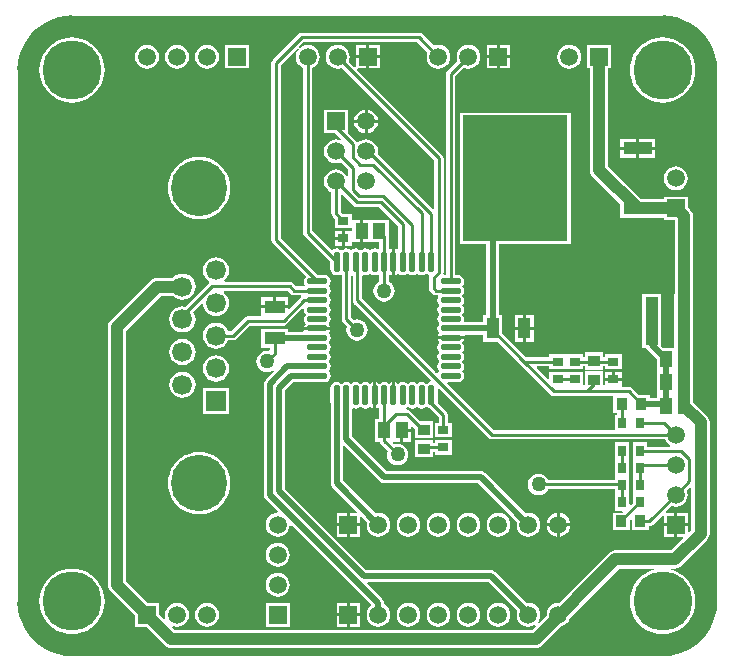
<source format=gtl>
G04 Layer_Physical_Order=1*
G04 Layer_Color=255*
%FSLAX24Y24*%
%MOIN*%
G70*
G01*
G75*
%ADD10O,0.0689X0.0217*%
%ADD11O,0.0217X0.0689*%
%ADD12R,0.0276X0.0354*%
%ADD13R,0.0354X0.0276*%
%ADD14R,0.0394X0.0374*%
%ADD15R,0.0374X0.0394*%
%ADD16R,0.0433X0.0551*%
%ADD17R,0.0945X0.0413*%
%ADD18R,0.3504X0.4193*%
%ADD19R,0.0669X0.0433*%
%ADD20R,0.0433X0.0669*%
%ADD21C,0.0200*%
%ADD22C,0.0100*%
%ADD23C,0.0400*%
%ADD24R,0.0591X0.0591*%
%ADD25C,0.0591*%
%ADD26R,0.0591X0.0591*%
%ADD27C,0.0665*%
%ADD28R,0.0665X0.0665*%
%ADD29C,0.1874*%
%ADD30C,0.0500*%
%ADD31C,0.1969*%
G36*
X19922Y19518D02*
X20155Y19472D01*
X20381Y19396D01*
X20594Y19290D01*
X20791Y19158D01*
X20970Y19002D01*
X21127Y18823D01*
X21259Y18625D01*
X21364Y18412D01*
X21441Y18187D01*
X21487Y17954D01*
X21502Y17723D01*
X21501Y17717D01*
Y0D01*
X21502Y-7D01*
X21487Y-237D01*
X21441Y-470D01*
X21364Y-695D01*
X21259Y-909D01*
X21127Y-1106D01*
X20970Y-1285D01*
X20791Y-1442D01*
X20594Y-1574D01*
X20381Y-1679D01*
X20155Y-1755D01*
X19922Y-1802D01*
X19692Y-1817D01*
X19685Y-1816D01*
X0D01*
X-7Y-1817D01*
X-237Y-1802D01*
X-470Y-1755D01*
X-695Y-1679D01*
X-909Y-1574D01*
X-1106Y-1442D01*
X-1285Y-1285D01*
X-1442Y-1106D01*
X-1574Y-909D01*
X-1679Y-695D01*
X-1755Y-470D01*
X-1802Y-237D01*
X-1817Y-7D01*
X-1816Y0D01*
Y17717D01*
X-1817Y17723D01*
X-1802Y17954D01*
X-1755Y18187D01*
X-1679Y18412D01*
X-1574Y18625D01*
X-1442Y18823D01*
X-1285Y19002D01*
X-1106Y19158D01*
X-909Y19290D01*
X-695Y19396D01*
X-470Y19472D01*
X-237Y19518D01*
X-7Y19533D01*
X0Y19532D01*
X19685D01*
X19692Y19533D01*
X19922Y19518D01*
D02*
G37*
%LPC*%
G36*
X9165Y2950D02*
X8820D01*
Y2605D01*
X9165D01*
Y2950D01*
D02*
G37*
G36*
X16607Y2505D02*
X16265D01*
Y2163D01*
X16319Y2170D01*
X16415Y2210D01*
X16497Y2273D01*
X16561Y2356D01*
X16600Y2452D01*
X16607Y2505D01*
D02*
G37*
G36*
X16265Y2947D02*
Y2605D01*
X16607D01*
X16600Y2658D01*
X16561Y2754D01*
X16497Y2837D01*
X16415Y2900D01*
X16319Y2940D01*
X16265Y2947D01*
D02*
G37*
G36*
X16165D02*
X16112Y2940D01*
X16016Y2900D01*
X15933Y2837D01*
X15870Y2754D01*
X15830Y2658D01*
X15823Y2605D01*
X16165D01*
Y2947D01*
D02*
G37*
G36*
X9611Y2505D02*
X9265D01*
Y2160D01*
X9611D01*
Y2505D01*
D02*
G37*
G36*
X9165D02*
X8820D01*
Y2160D01*
X9165D01*
Y2505D01*
D02*
G37*
G36*
X16165D02*
X15823D01*
X15830Y2452D01*
X15870Y2356D01*
X15933Y2273D01*
X16016Y2210D01*
X16112Y2170D01*
X16165Y2163D01*
Y2505D01*
D02*
G37*
G36*
X20080Y2505D02*
X19735D01*
Y2160D01*
X20080D01*
Y2505D01*
D02*
G37*
G36*
X20525Y2950D02*
X20180D01*
Y2605D01*
X20525D01*
Y2950D01*
D02*
G37*
G36*
X9770Y7324D02*
X9689Y7308D01*
X9620Y7262D01*
X9605D01*
X9536Y7308D01*
X9455Y7324D01*
X9374Y7308D01*
X9305Y7262D01*
X9290D01*
X9221Y7308D01*
X9140Y7324D01*
X9059Y7308D01*
X8990Y7262D01*
X8975D01*
X8906Y7308D01*
X8825Y7324D01*
X8744Y7308D01*
X8675Y7262D01*
X8629Y7193D01*
X8613Y7112D01*
Y6639D01*
X8621Y6597D01*
Y3945D01*
X8637Y3867D01*
X8681Y3801D01*
X9486Y2997D01*
X9466Y2950D01*
X9265D01*
Y2605D01*
X9611D01*
Y2806D01*
X9657Y2825D01*
X9830Y2653D01*
X9817Y2555D01*
X9830Y2452D01*
X9870Y2356D01*
X9933Y2273D01*
X10016Y2210D01*
X10112Y2170D01*
X10215Y2156D01*
X10319Y2170D01*
X10415Y2210D01*
X10497Y2273D01*
X10561Y2356D01*
X10600Y2452D01*
X10614Y2555D01*
X10600Y2658D01*
X10561Y2754D01*
X10497Y2837D01*
X10415Y2900D01*
X10319Y2940D01*
X10215Y2954D01*
X10118Y2941D01*
X9029Y4030D01*
Y5167D01*
X9075Y5186D01*
X10256Y4006D01*
X10322Y3962D01*
X10400Y3946D01*
X10400Y3946D01*
X13536D01*
X14830Y2653D01*
X14817Y2555D01*
X14830Y2452D01*
X14870Y2356D01*
X14933Y2273D01*
X15016Y2210D01*
X15112Y2170D01*
X15215Y2156D01*
X15319Y2170D01*
X15415Y2210D01*
X15497Y2273D01*
X15561Y2356D01*
X15600Y2452D01*
X15614Y2555D01*
X15600Y2658D01*
X15561Y2754D01*
X15497Y2837D01*
X15415Y2900D01*
X15319Y2940D01*
X15215Y2954D01*
X15118Y2941D01*
X13765Y4294D01*
X13699Y4338D01*
X13620Y4354D01*
X10484D01*
X9344Y5494D01*
Y6408D01*
X9394Y6439D01*
X9455Y6427D01*
X9536Y6443D01*
X9605Y6489D01*
X9620D01*
X9689Y6443D01*
X9770Y6427D01*
X9851Y6443D01*
X9920Y6489D01*
X9935D01*
X10004Y6443D01*
X10035Y6437D01*
Y6876D01*
Y7314D01*
X10004Y7308D01*
X9935Y7262D01*
X9920D01*
X9851Y7308D01*
X9770Y7324D01*
D02*
G37*
G36*
X3681Y7659D02*
X3568Y7644D01*
X3463Y7600D01*
X3372Y7531D01*
X3303Y7441D01*
X3259Y7335D01*
X3244Y7222D01*
X3259Y7109D01*
X3303Y7004D01*
X3372Y6914D01*
X3463Y6844D01*
X3568Y6801D01*
X3681Y6786D01*
X3794Y6801D01*
X3899Y6844D01*
X3989Y6914D01*
X4059Y7004D01*
X4102Y7109D01*
X4117Y7222D01*
X4102Y7335D01*
X4059Y7441D01*
X3989Y7531D01*
X3899Y7600D01*
X3794Y7644D01*
X3681Y7659D01*
D02*
G37*
G36*
X17991Y7643D02*
X17764D01*
Y7455D01*
X17991D01*
Y7643D01*
D02*
G37*
G36*
X4799Y8204D02*
X4686Y8189D01*
X4581Y8146D01*
X4490Y8076D01*
X4421Y7986D01*
X4377Y7881D01*
X4363Y7768D01*
X4377Y7655D01*
X4421Y7550D01*
X4490Y7459D01*
X4581Y7390D01*
X4686Y7346D01*
X4799Y7331D01*
X4912Y7346D01*
X5017Y7390D01*
X5108Y7459D01*
X5177Y7550D01*
X5220Y7655D01*
X5235Y7768D01*
X5220Y7881D01*
X5177Y7986D01*
X5108Y8076D01*
X5017Y8146D01*
X4912Y8189D01*
X4799Y8204D01*
D02*
G37*
G36*
X12028Y5380D02*
X11435D01*
Y4806D01*
X12028D01*
Y4980D01*
X12096D01*
Y4895D01*
X12650D01*
Y5370D01*
X12096D01*
Y5286D01*
X12028D01*
Y5380D01*
D02*
G37*
G36*
X4240Y4979D02*
X4077Y4966D01*
X3918Y4928D01*
X3768Y4866D01*
X3628Y4781D01*
X3504Y4675D01*
X3398Y4550D01*
X3313Y4411D01*
X3251Y4260D01*
X3212Y4102D01*
X3200Y3939D01*
X3212Y3776D01*
X3251Y3618D01*
X3313Y3467D01*
X3398Y3328D01*
X3504Y3203D01*
X3628Y3097D01*
X3768Y3012D01*
X3918Y2950D01*
X4077Y2912D01*
X4240Y2899D01*
X4403Y2912D01*
X4561Y2950D01*
X4712Y3012D01*
X4851Y3097D01*
X4975Y3203D01*
X5081Y3328D01*
X5167Y3467D01*
X5229Y3618D01*
X5267Y3776D01*
X5280Y3939D01*
X5267Y4102D01*
X5229Y4260D01*
X5167Y4411D01*
X5081Y4550D01*
X4975Y4675D01*
X4851Y4781D01*
X4712Y4866D01*
X4561Y4928D01*
X4403Y4966D01*
X4240Y4979D01*
D02*
G37*
G36*
X5232Y7110D02*
X4366D01*
Y6244D01*
X5232D01*
Y7110D01*
D02*
G37*
G36*
X11312Y5650D02*
X11045D01*
Y5324D01*
X11312D01*
Y5650D01*
D02*
G37*
G36*
X14215Y-46D02*
X14112Y-60D01*
X14016Y-100D01*
X13933Y-163D01*
X13870Y-246D01*
X13830Y-342D01*
X13817Y-445D01*
X13830Y-548D01*
X13870Y-644D01*
X13933Y-727D01*
X14016Y-790D01*
X14112Y-830D01*
X14215Y-844D01*
X14319Y-830D01*
X14415Y-790D01*
X14497Y-727D01*
X14561Y-644D01*
X14600Y-548D01*
X14614Y-445D01*
X14600Y-342D01*
X14561Y-246D01*
X14497Y-163D01*
X14415Y-100D01*
X14319Y-60D01*
X14215Y-46D01*
D02*
G37*
G36*
X13215D02*
X13112Y-60D01*
X13016Y-100D01*
X12933Y-163D01*
X12870Y-246D01*
X12830Y-342D01*
X12817Y-445D01*
X12830Y-548D01*
X12870Y-644D01*
X12933Y-727D01*
X13016Y-790D01*
X13112Y-830D01*
X13215Y-844D01*
X13319Y-830D01*
X13415Y-790D01*
X13497Y-727D01*
X13561Y-644D01*
X13600Y-548D01*
X13614Y-445D01*
X13600Y-342D01*
X13561Y-246D01*
X13497Y-163D01*
X13415Y-100D01*
X13319Y-60D01*
X13215Y-46D01*
D02*
G37*
G36*
X9165Y-495D02*
X8820D01*
Y-840D01*
X9165D01*
Y-495D01*
D02*
G37*
G36*
X7253Y-50D02*
X6462D01*
Y-840D01*
X7253D01*
Y-50D01*
D02*
G37*
G36*
X4500Y-46D02*
X4397Y-60D01*
X4301Y-100D01*
X4218Y-163D01*
X4155Y-246D01*
X4115Y-342D01*
X4101Y-445D01*
X4115Y-548D01*
X4155Y-644D01*
X4218Y-727D01*
X4301Y-790D01*
X4397Y-830D01*
X4500Y-844D01*
X4603Y-830D01*
X4699Y-790D01*
X4782Y-727D01*
X4845Y-644D01*
X4885Y-548D01*
X4899Y-445D01*
X4885Y-342D01*
X4845Y-246D01*
X4782Y-163D01*
X4699Y-100D01*
X4603Y-60D01*
X4500Y-46D01*
D02*
G37*
G36*
X0Y1088D02*
X-170Y1074D01*
X-336Y1034D01*
X-494Y969D01*
X-639Y880D01*
X-769Y769D01*
X-880Y639D01*
X-969Y494D01*
X-1034Y336D01*
X-1074Y170D01*
X-1088Y0D01*
X-1074Y-170D01*
X-1034Y-336D01*
X-969Y-494D01*
X-880Y-639D01*
X-769Y-769D01*
X-639Y-880D01*
X-494Y-969D01*
X-336Y-1034D01*
X-170Y-1074D01*
X0Y-1088D01*
X170Y-1074D01*
X336Y-1034D01*
X494Y-969D01*
X639Y-880D01*
X769Y-769D01*
X880Y-639D01*
X969Y-494D01*
X1034Y-336D01*
X1074Y-170D01*
X1088Y0D01*
X1074Y170D01*
X1034Y336D01*
X969Y494D01*
X880Y639D01*
X769Y769D01*
X639Y880D01*
X494Y969D01*
X336Y1034D01*
X170Y1074D01*
X0Y1088D01*
D02*
G37*
G36*
X12215Y-46D02*
X12112Y-60D01*
X12016Y-100D01*
X11933Y-163D01*
X11870Y-246D01*
X11830Y-342D01*
X11817Y-445D01*
X11830Y-548D01*
X11870Y-644D01*
X11933Y-727D01*
X12016Y-790D01*
X12112Y-830D01*
X12215Y-844D01*
X12319Y-830D01*
X12415Y-790D01*
X12497Y-727D01*
X12561Y-644D01*
X12600Y-548D01*
X12614Y-445D01*
X12600Y-342D01*
X12561Y-246D01*
X12497Y-163D01*
X12415Y-100D01*
X12319Y-60D01*
X12215Y-46D01*
D02*
G37*
G36*
X11215D02*
X11112Y-60D01*
X11016Y-100D01*
X10933Y-163D01*
X10870Y-246D01*
X10830Y-342D01*
X10817Y-445D01*
X10830Y-548D01*
X10870Y-644D01*
X10933Y-727D01*
X11016Y-790D01*
X11112Y-830D01*
X11215Y-844D01*
X11319Y-830D01*
X11415Y-790D01*
X11497Y-727D01*
X11561Y-644D01*
X11600Y-548D01*
X11614Y-445D01*
X11600Y-342D01*
X11561Y-246D01*
X11497Y-163D01*
X11415Y-100D01*
X11319Y-60D01*
X11215Y-46D01*
D02*
G37*
G36*
X9611Y-495D02*
X9265D01*
Y-840D01*
X9611D01*
Y-495D01*
D02*
G37*
G36*
X12215Y2954D02*
X12112Y2940D01*
X12016Y2900D01*
X11933Y2837D01*
X11870Y2754D01*
X11830Y2658D01*
X11817Y2555D01*
X11830Y2452D01*
X11870Y2356D01*
X11933Y2273D01*
X12016Y2210D01*
X12112Y2170D01*
X12215Y2156D01*
X12319Y2170D01*
X12415Y2210D01*
X12497Y2273D01*
X12561Y2356D01*
X12600Y2452D01*
X12614Y2555D01*
X12600Y2658D01*
X12561Y2754D01*
X12497Y2837D01*
X12415Y2900D01*
X12319Y2940D01*
X12215Y2954D01*
D02*
G37*
G36*
X11215D02*
X11112Y2940D01*
X11016Y2900D01*
X10933Y2837D01*
X10870Y2754D01*
X10830Y2658D01*
X10817Y2555D01*
X10830Y2452D01*
X10870Y2356D01*
X10933Y2273D01*
X11016Y2210D01*
X11112Y2170D01*
X11215Y2156D01*
X11319Y2170D01*
X11415Y2210D01*
X11497Y2273D01*
X11561Y2356D01*
X11600Y2452D01*
X11614Y2555D01*
X11600Y2658D01*
X11561Y2754D01*
X11497Y2837D01*
X11415Y2900D01*
X11319Y2940D01*
X11215Y2954D01*
D02*
G37*
G36*
X14215D02*
X14112Y2940D01*
X14016Y2900D01*
X13933Y2837D01*
X13870Y2754D01*
X13830Y2658D01*
X13817Y2555D01*
X13830Y2452D01*
X13870Y2356D01*
X13933Y2273D01*
X14016Y2210D01*
X14112Y2170D01*
X14215Y2156D01*
X14319Y2170D01*
X14415Y2210D01*
X14497Y2273D01*
X14561Y2356D01*
X14600Y2452D01*
X14614Y2555D01*
X14600Y2658D01*
X14561Y2754D01*
X14497Y2837D01*
X14415Y2900D01*
X14319Y2940D01*
X14215Y2954D01*
D02*
G37*
G36*
X13215D02*
X13112Y2940D01*
X13016Y2900D01*
X12933Y2837D01*
X12870Y2754D01*
X12830Y2658D01*
X12817Y2555D01*
X12830Y2452D01*
X12870Y2356D01*
X12933Y2273D01*
X13016Y2210D01*
X13112Y2170D01*
X13215Y2156D01*
X13319Y2170D01*
X13415Y2210D01*
X13497Y2273D01*
X13561Y2356D01*
X13600Y2452D01*
X13614Y2555D01*
X13600Y2658D01*
X13561Y2754D01*
X13497Y2837D01*
X13415Y2900D01*
X13319Y2940D01*
X13215Y2954D01*
D02*
G37*
G36*
X9611Y-50D02*
X9265D01*
Y-395D01*
X9611D01*
Y-50D01*
D02*
G37*
G36*
X9165D02*
X8820D01*
Y-395D01*
X9165D01*
Y-50D01*
D02*
G37*
G36*
X6858Y1954D02*
X6754Y1940D01*
X6658Y1900D01*
X6576Y1837D01*
X6512Y1754D01*
X6473Y1658D01*
X6459Y1555D01*
X6473Y1452D01*
X6512Y1356D01*
X6576Y1273D01*
X6658Y1210D01*
X6754Y1170D01*
X6858Y1156D01*
X6961Y1170D01*
X7057Y1210D01*
X7140Y1273D01*
X7203Y1356D01*
X7243Y1452D01*
X7256Y1555D01*
X7243Y1658D01*
X7203Y1754D01*
X7140Y1837D01*
X7057Y1900D01*
X6961Y1940D01*
X6858Y1954D01*
D02*
G37*
G36*
Y954D02*
X6754Y940D01*
X6658Y900D01*
X6576Y837D01*
X6512Y754D01*
X6473Y658D01*
X6459Y555D01*
X6473Y452D01*
X6512Y356D01*
X6576Y273D01*
X6658Y210D01*
X6754Y170D01*
X6858Y156D01*
X6961Y170D01*
X7057Y210D01*
X7140Y273D01*
X7203Y356D01*
X7243Y452D01*
X7256Y555D01*
X7243Y658D01*
X7203Y754D01*
X7140Y837D01*
X7057Y900D01*
X6961Y940D01*
X6858Y954D01*
D02*
G37*
G36*
X18319Y7643D02*
X18091D01*
Y7455D01*
X18319D01*
Y7643D01*
D02*
G37*
G36*
X3500Y18560D02*
X3397Y18547D01*
X3301Y18507D01*
X3218Y18443D01*
X3155Y18361D01*
X3115Y18265D01*
X3101Y18161D01*
X3115Y18058D01*
X3155Y17962D01*
X3218Y17880D01*
X3301Y17816D01*
X3397Y17776D01*
X3500Y17763D01*
X3603Y17776D01*
X3699Y17816D01*
X3782Y17880D01*
X3845Y17962D01*
X3885Y18058D01*
X3899Y18161D01*
X3885Y18265D01*
X3845Y18361D01*
X3782Y18443D01*
X3699Y18507D01*
X3603Y18547D01*
X3500Y18560D01*
D02*
G37*
G36*
X2500D02*
X2397Y18547D01*
X2301Y18507D01*
X2218Y18443D01*
X2155Y18361D01*
X2115Y18265D01*
X2101Y18161D01*
X2115Y18058D01*
X2155Y17962D01*
X2218Y17880D01*
X2301Y17816D01*
X2397Y17776D01*
X2500Y17763D01*
X2603Y17776D01*
X2699Y17816D01*
X2782Y17880D01*
X2845Y17962D01*
X2885Y18058D01*
X2899Y18161D01*
X2885Y18265D01*
X2845Y18361D01*
X2782Y18443D01*
X2699Y18507D01*
X2603Y18547D01*
X2500Y18560D01*
D02*
G37*
G36*
X11577Y18953D02*
X7650D01*
X7591Y18941D01*
X7542Y18908D01*
X6692Y18058D01*
X6659Y18009D01*
X6647Y17950D01*
Y12050D01*
X6659Y11992D01*
X6692Y11942D01*
X7791Y10843D01*
X7789Y10825D01*
X7743Y10756D01*
X7727Y10675D01*
X7743Y10594D01*
X7764Y10563D01*
X7737Y10513D01*
X7454D01*
X7358Y10608D01*
X7309Y10641D01*
X7250Y10653D01*
X5088D01*
X5071Y10703D01*
X5108Y10731D01*
X5177Y10821D01*
X5220Y10926D01*
X5235Y11039D01*
X5220Y11152D01*
X5177Y11258D01*
X5108Y11348D01*
X5017Y11417D01*
X4912Y11461D01*
X4799Y11476D01*
X4686Y11461D01*
X4581Y11417D01*
X4490Y11348D01*
X4421Y11258D01*
X4377Y11152D01*
X4363Y11039D01*
X4377Y10926D01*
X4421Y10821D01*
X4490Y10731D01*
X4566Y10673D01*
X4570Y10626D01*
X4567Y10613D01*
X4559Y10608D01*
X3778Y9827D01*
X3681Y9840D01*
X3568Y9825D01*
X3463Y9781D01*
X3372Y9712D01*
X3303Y9622D01*
X3259Y9516D01*
X3244Y9404D01*
X3259Y9291D01*
X3303Y9185D01*
X3372Y9095D01*
X3463Y9026D01*
X3568Y8982D01*
X3681Y8967D01*
X3794Y8982D01*
X3899Y9026D01*
X3989Y9095D01*
X4059Y9185D01*
X4102Y9291D01*
X4117Y9404D01*
X4102Y9516D01*
X4059Y9622D01*
X4036Y9652D01*
X4314Y9931D01*
X4367Y9913D01*
X4377Y9836D01*
X4421Y9731D01*
X4490Y9640D01*
X4581Y9571D01*
X4686Y9527D01*
X4799Y9512D01*
X4912Y9527D01*
X5017Y9571D01*
X5108Y9640D01*
X5177Y9731D01*
X5220Y9836D01*
X5235Y9949D01*
X5220Y10062D01*
X5177Y10167D01*
X5108Y10257D01*
X5056Y10297D01*
X5073Y10347D01*
X7187D01*
X7282Y10252D01*
X7332Y10219D01*
X7390Y10207D01*
X7627D01*
X7643Y10157D01*
X7637Y10153D01*
X7231Y9747D01*
X7185Y9766D01*
Y9782D01*
X6750D01*
X6315D01*
Y9515D01*
X6270Y9503D01*
X5850D01*
X5791Y9491D01*
X5742Y9458D01*
X5295Y9011D01*
X5204D01*
X5177Y9076D01*
X5108Y9167D01*
X5017Y9236D01*
X4912Y9280D01*
X4799Y9295D01*
X4686Y9280D01*
X4581Y9236D01*
X4490Y9167D01*
X4421Y9076D01*
X4377Y8971D01*
X4363Y8858D01*
X4377Y8745D01*
X4421Y8640D01*
X4490Y8550D01*
X4581Y8480D01*
X4686Y8437D01*
X4799Y8422D01*
X4912Y8437D01*
X5017Y8480D01*
X5108Y8550D01*
X5177Y8640D01*
X5204Y8705D01*
X5358D01*
X5417Y8717D01*
X5466Y8750D01*
X5913Y9197D01*
X7050D01*
X7109Y9209D01*
X7158Y9242D01*
X7683Y9767D01*
X7730Y9743D01*
X7727Y9730D01*
X7743Y9649D01*
X7789Y9580D01*
Y9565D01*
X7743Y9496D01*
X7727Y9415D01*
X7743Y9334D01*
X7768Y9296D01*
X7786Y9257D01*
X7768Y9219D01*
X7743Y9181D01*
X7737Y9150D01*
X8176D01*
X8614D01*
X8608Y9181D01*
X8583Y9219D01*
X8565Y9257D01*
X8583Y9296D01*
X8608Y9334D01*
X8624Y9415D01*
X8608Y9496D01*
X8562Y9565D01*
Y9580D01*
X8608Y9649D01*
X8624Y9730D01*
X8608Y9811D01*
X8583Y9849D01*
X8565Y9887D01*
X8583Y9926D01*
X8608Y9964D01*
X8624Y10045D01*
X8608Y10126D01*
X8562Y10195D01*
Y10210D01*
X8608Y10279D01*
X8624Y10360D01*
X8608Y10441D01*
X8562Y10510D01*
Y10525D01*
X8608Y10594D01*
X8624Y10675D01*
X8608Y10756D01*
X8562Y10825D01*
X8493Y10871D01*
X8412Y10887D01*
X8180D01*
X6953Y12114D01*
Y17887D01*
X7523Y18457D01*
X7559Y18425D01*
D01*
X7560Y18424D01*
X7532Y18386D01*
X7512Y18361D01*
X7473Y18265D01*
X7459Y18161D01*
X7473Y18058D01*
X7512Y17962D01*
X7576Y17880D01*
X7658Y17816D01*
X7705Y17797D01*
Y12292D01*
X7716Y12233D01*
X7750Y12184D01*
X8613Y11320D01*
Y11088D01*
X8629Y11007D01*
X8675Y10938D01*
X8744Y10892D01*
X8825Y10876D01*
X8906Y10892D01*
X8937Y10913D01*
X8987Y10886D01*
Y9410D01*
X8999Y9351D01*
X9032Y9302D01*
X9169Y9165D01*
X9159Y9141D01*
X9147Y9050D01*
X9159Y8959D01*
X9194Y8873D01*
X9250Y8800D01*
X9323Y8744D01*
X9409Y8709D01*
X9500Y8697D01*
X9591Y8709D01*
X9677Y8744D01*
X9750Y8800D01*
X9806Y8873D01*
X9841Y8959D01*
X9853Y9050D01*
X9841Y9141D01*
X9806Y9227D01*
X9750Y9300D01*
X9677Y9356D01*
X9591Y9391D01*
X9500Y9403D01*
X9409Y9391D01*
X9385Y9381D01*
X9293Y9473D01*
Y10845D01*
X9343Y10874D01*
X9359Y10864D01*
Y10036D01*
X9371Y9978D01*
X9404Y9928D01*
X11960Y7372D01*
X11943Y7318D01*
X11894Y7308D01*
X11825Y7262D01*
X11810D01*
X11741Y7308D01*
X11660Y7324D01*
X11579Y7308D01*
X11510Y7262D01*
X11495D01*
X11426Y7308D01*
X11345Y7324D01*
X11264Y7308D01*
X11226Y7283D01*
X11187Y7265D01*
X11149Y7283D01*
X11111Y7308D01*
X11030Y7324D01*
X10949Y7308D01*
X10880Y7262D01*
X10865D01*
X10796Y7308D01*
X10765Y7314D01*
Y6876D01*
X10665D01*
Y7314D01*
X10634Y7308D01*
X10565Y7262D01*
X10550D01*
X10481Y7308D01*
X10400Y7324D01*
X10319Y7308D01*
X10250Y7262D01*
X10235D01*
X10166Y7308D01*
X10135Y7314D01*
Y6876D01*
Y6437D01*
X10166Y6443D01*
X10197Y6464D01*
X10247Y6437D01*
Y6076D01*
X10088D01*
Y5324D01*
X10256D01*
X10263Y5287D01*
X10297Y5237D01*
X10519Y5015D01*
X10509Y4991D01*
X10497Y4900D01*
X10509Y4809D01*
X10544Y4723D01*
X10600Y4650D01*
X10673Y4594D01*
X10759Y4559D01*
X10850Y4547D01*
X10941Y4559D01*
X11027Y4594D01*
X11100Y4650D01*
X11156Y4723D01*
X11191Y4809D01*
X11203Y4900D01*
X11191Y4991D01*
X11156Y5077D01*
X11100Y5150D01*
X11027Y5206D01*
X10941Y5241D01*
X10850Y5253D01*
X10759Y5241D01*
X10735Y5231D01*
X10688Y5278D01*
X10707Y5324D01*
X10945D01*
Y5700D01*
X10995D01*
Y5750D01*
X11312D01*
Y5806D01*
X11358Y5825D01*
X11435Y5749D01*
Y5436D01*
X12028D01*
Y6010D01*
X11606D01*
X11258Y6358D01*
X11208Y6391D01*
X11150Y6403D01*
X11141D01*
X11125Y6453D01*
X11180Y6489D01*
X11195D01*
X11264Y6443D01*
X11345Y6427D01*
X11426Y6443D01*
X11495Y6489D01*
X11510D01*
X11579Y6443D01*
X11660Y6427D01*
X11741Y6443D01*
X11810Y6489D01*
X11825D01*
X11894Y6443D01*
X11952Y6432D01*
X12220Y6164D01*
Y5961D01*
X12096D01*
Y5485D01*
X12650D01*
Y5961D01*
X12526D01*
Y6227D01*
X12514Y6286D01*
X12481Y6335D01*
X12185Y6631D01*
X12187Y6639D01*
Y7074D01*
X12237Y7095D01*
X13885Y5447D01*
X13935Y5414D01*
X13993Y5402D01*
X19765D01*
X19785Y5356D01*
X19848Y5273D01*
X19931Y5210D01*
X19946Y5203D01*
X19936Y5153D01*
X19163D01*
Y5304D01*
X18688D01*
Y4749D01*
X18688D01*
X18688Y4731D01*
X18688D01*
Y4177D01*
X18688D01*
X18688Y4159D01*
X18688D01*
Y3604D01*
X18688D01*
X18688Y3586D01*
X18688D01*
Y3287D01*
X18619Y3219D01*
X18573Y3238D01*
Y3586D01*
X18573D01*
X18573Y3604D01*
X18573D01*
Y4127D01*
X18573Y4177D01*
X18573Y4209D01*
Y4731D01*
X18573D01*
X18573Y4749D01*
X18573D01*
Y5304D01*
X18097D01*
Y4749D01*
X18097D01*
X18097Y4731D01*
X18097D01*
Y4209D01*
X18097Y4159D01*
X18097Y4127D01*
Y4053D01*
X15867D01*
X15858Y4077D01*
X15801Y4150D01*
X15728Y4206D01*
X15643Y4241D01*
X15552Y4253D01*
X15460Y4241D01*
X15375Y4206D01*
X15302Y4150D01*
X15246Y4077D01*
X15211Y3991D01*
X15199Y3900D01*
X15211Y3809D01*
X15246Y3723D01*
X15302Y3650D01*
X15375Y3594D01*
X15460Y3559D01*
X15552Y3547D01*
X15643Y3559D01*
X15728Y3594D01*
X15801Y3650D01*
X15858Y3723D01*
X15867Y3747D01*
X18097D01*
Y3604D01*
X18097D01*
X18097Y3586D01*
X18097D01*
Y3032D01*
X18330D01*
X18355Y2982D01*
X18342Y2964D01*
X18028D01*
Y2371D01*
X18602D01*
Y2729D01*
X18608Y2733D01*
X18658Y2706D01*
Y2371D01*
X19232D01*
Y2515D01*
X19242D01*
X19301Y2526D01*
X19350Y2559D01*
X19688Y2897D01*
X19735Y2878D01*
Y2605D01*
X20080D01*
Y2950D01*
X19807D01*
X19788Y2997D01*
X19980Y3189D01*
X20027Y3170D01*
X20130Y3156D01*
X20233Y3170D01*
X20329Y3210D01*
X20412Y3273D01*
X20475Y3356D01*
X20515Y3452D01*
X20529Y3555D01*
X20515Y3658D01*
X20496Y3705D01*
X20601Y3810D01*
X20647Y3791D01*
Y2375D01*
X20571Y2299D01*
X20525Y2318D01*
Y2505D01*
X20180D01*
Y2160D01*
X20367D01*
X20386Y2114D01*
X19975Y1703D01*
X18110D01*
X18032Y1692D01*
X17959Y1662D01*
X17896Y1614D01*
X16234Y-49D01*
X16215Y-46D01*
X16112Y-60D01*
X16016Y-100D01*
X15933Y-163D01*
X15870Y-246D01*
X15830Y-342D01*
X15817Y-445D01*
X15819Y-463D01*
X15576Y-706D01*
X15538Y-673D01*
X15561Y-644D01*
X15600Y-548D01*
X15614Y-445D01*
X15600Y-342D01*
X15561Y-246D01*
X15497Y-163D01*
X15415Y-100D01*
X15319Y-60D01*
X15215Y-46D01*
X15162Y-53D01*
X14115Y994D01*
X14049Y1038D01*
X13970Y1054D01*
X9809D01*
X7104Y3759D01*
Y7041D01*
X7384Y7321D01*
X7897D01*
X7939Y7313D01*
X8412D01*
X8493Y7329D01*
X8562Y7375D01*
X8608Y7444D01*
X8624Y7525D01*
X8608Y7606D01*
X8562Y7675D01*
Y7690D01*
X8608Y7759D01*
X8624Y7840D01*
X8608Y7921D01*
X8562Y7990D01*
Y8005D01*
X8608Y8074D01*
X8624Y8155D01*
X8608Y8236D01*
X8583Y8274D01*
X8565Y8313D01*
X8583Y8351D01*
X8608Y8389D01*
X8624Y8470D01*
X8608Y8551D01*
X8562Y8620D01*
Y8635D01*
X8608Y8704D01*
X8624Y8785D01*
X8608Y8866D01*
X8562Y8935D01*
Y8950D01*
X8608Y9019D01*
X8614Y9050D01*
X8176D01*
X7737D01*
X7739Y9039D01*
X7708Y8989D01*
X7185D01*
Y9085D01*
X6315D01*
Y8452D01*
X6597D01*
Y8391D01*
X6547Y8347D01*
X6500Y8353D01*
X6409Y8341D01*
X6323Y8306D01*
X6250Y8250D01*
X6194Y8177D01*
X6159Y8091D01*
X6147Y8000D01*
X6159Y7909D01*
X6194Y7823D01*
X6250Y7750D01*
X6323Y7694D01*
X6409Y7659D01*
X6500Y7647D01*
X6591Y7659D01*
X6677Y7694D01*
X6714Y7723D01*
X6747Y7685D01*
X6456Y7394D01*
X6412Y7328D01*
X6396Y7250D01*
Y3550D01*
X6412Y3472D01*
X6456Y3406D01*
X6861Y3001D01*
X6839Y2951D01*
X6754Y2940D01*
X6658Y2900D01*
X6576Y2837D01*
X6512Y2754D01*
X6473Y2658D01*
X6459Y2555D01*
X6473Y2452D01*
X6512Y2356D01*
X6576Y2273D01*
X6658Y2210D01*
X6754Y2170D01*
X6858Y2156D01*
X6961Y2170D01*
X7057Y2210D01*
X7140Y2273D01*
X7203Y2356D01*
X7243Y2452D01*
X7254Y2537D01*
X7303Y2558D01*
X9958Y-97D01*
X9955Y-146D01*
X9933Y-163D01*
X9870Y-246D01*
X9830Y-342D01*
X9817Y-445D01*
X9830Y-548D01*
X9870Y-644D01*
X9933Y-727D01*
X10016Y-790D01*
X10112Y-830D01*
X10215Y-844D01*
X10319Y-830D01*
X10415Y-790D01*
X10497Y-727D01*
X10561Y-644D01*
X10600Y-548D01*
X10614Y-445D01*
X10600Y-342D01*
X10561Y-246D01*
X10497Y-163D01*
X10415Y-100D01*
X10404Y-95D01*
Y-50D01*
X10388Y28D01*
X10344Y94D01*
X9839Y600D01*
X9858Y646D01*
X13886D01*
X14843Y-311D01*
X14830Y-342D01*
X14817Y-445D01*
X14830Y-548D01*
X14870Y-644D01*
X14933Y-727D01*
X15016Y-790D01*
X15112Y-830D01*
X15215Y-844D01*
X15319Y-830D01*
X15415Y-790D01*
X15444Y-768D01*
X15477Y-806D01*
X15335Y-947D01*
X3430D01*
X3346Y-863D01*
X3374Y-821D01*
X3397Y-830D01*
X3500Y-844D01*
X3603Y-830D01*
X3699Y-790D01*
X3782Y-727D01*
X3845Y-644D01*
X3885Y-548D01*
X3899Y-445D01*
X3885Y-342D01*
X3845Y-246D01*
X3782Y-163D01*
X3699Y-100D01*
X3603Y-60D01*
X3500Y-46D01*
X3397Y-60D01*
X3301Y-100D01*
X3218Y-163D01*
X3155Y-246D01*
X3115Y-342D01*
X3101Y-445D01*
X3115Y-548D01*
X3124Y-570D01*
X3082Y-599D01*
X2895Y-412D01*
Y-50D01*
X2533D01*
X1803Y680D01*
Y9025D01*
X2969Y10192D01*
X3368D01*
X3372Y10186D01*
X3463Y10116D01*
X3568Y10073D01*
X3681Y10058D01*
X3794Y10073D01*
X3899Y10116D01*
X3989Y10186D01*
X4059Y10276D01*
X4102Y10381D01*
X4117Y10494D01*
X4102Y10607D01*
X4059Y10712D01*
X3989Y10803D01*
X3899Y10872D01*
X3794Y10916D01*
X3681Y10931D01*
X3568Y10916D01*
X3463Y10872D01*
X3372Y10803D01*
X3368Y10797D01*
X2844D01*
X2766Y10786D01*
X2693Y10756D01*
X2630Y10708D01*
X2630Y10708D01*
X1286Y9364D01*
X1238Y9301D01*
X1208Y9228D01*
X1197Y9150D01*
Y555D01*
X1208Y477D01*
X1238Y404D01*
X1286Y341D01*
X2105Y-478D01*
Y-840D01*
X2467D01*
X3091Y-1464D01*
X3154Y-1512D01*
X3227Y-1542D01*
X3305Y-1553D01*
X3305Y-1553D01*
X15460D01*
X15539Y-1542D01*
X15612Y-1512D01*
X15674Y-1464D01*
X16307Y-832D01*
X16319Y-830D01*
X16415Y-790D01*
X16497Y-727D01*
X16561Y-644D01*
X16600Y-548D01*
X16602Y-536D01*
X18236Y1097D01*
X19397D01*
X19403Y1047D01*
X19349Y1034D01*
X19191Y969D01*
X19046Y880D01*
X18916Y769D01*
X18805Y639D01*
X18716Y494D01*
X18651Y336D01*
X18611Y170D01*
X18597Y0D01*
X18611Y-170D01*
X18651Y-336D01*
X18716Y-494D01*
X18805Y-639D01*
X18916Y-769D01*
X19046Y-880D01*
X19191Y-969D01*
X19349Y-1034D01*
X19515Y-1074D01*
X19685Y-1088D01*
X19855Y-1074D01*
X20021Y-1034D01*
X20179Y-969D01*
X20324Y-880D01*
X20454Y-769D01*
X20565Y-639D01*
X20654Y-494D01*
X20719Y-336D01*
X20759Y-170D01*
X20773Y0D01*
X20759Y170D01*
X20719Y336D01*
X20654Y494D01*
X20565Y639D01*
X20454Y769D01*
X20324Y880D01*
X20179Y969D01*
X20021Y1034D01*
X19967Y1047D01*
X19973Y1097D01*
X20100D01*
X20178Y1108D01*
X20251Y1138D01*
X20314Y1186D01*
X21164Y2036D01*
X21164Y2036D01*
X21212Y2099D01*
X21242Y2172D01*
X21253Y2250D01*
X21253Y2250D01*
Y5973D01*
X21242Y6051D01*
X21212Y6124D01*
X21164Y6187D01*
X20710Y6641D01*
Y6905D01*
X20710D01*
Y6923D01*
X20710D01*
Y7674D01*
X20710D01*
Y7692D01*
X20710D01*
Y8444D01*
X20710D01*
Y8462D01*
X20710D01*
Y9331D01*
X20710D01*
Y9365D01*
X20710D01*
Y10235D01*
X20696D01*
Y12836D01*
X20686Y12915D01*
X20656Y12988D01*
X20608Y13050D01*
X20525Y13133D01*
Y13495D01*
X19735D01*
Y13403D01*
X19422D01*
Y13407D01*
X18971D01*
X17876Y14502D01*
Y17766D01*
X17968D01*
Y18557D01*
X17178D01*
Y17766D01*
X17270D01*
Y14377D01*
X17281Y14299D01*
X17311Y14226D01*
X17359Y14163D01*
X18278Y13245D01*
Y12793D01*
X19422D01*
Y12797D01*
X19735D01*
Y12705D01*
X20091D01*
Y10235D01*
X20077D01*
Y9365D01*
X20077D01*
Y9331D01*
X20077D01*
Y8462D01*
X20035Y8444D01*
X19716D01*
X19647Y8512D01*
Y9331D01*
X19647D01*
Y9365D01*
X19647D01*
Y10235D01*
X19014D01*
Y9365D01*
X19014D01*
Y9331D01*
X19014D01*
Y8462D01*
X19143D01*
X19187Y8396D01*
X19487Y8096D01*
Y7692D01*
X19487D01*
Y7674D01*
X19487D01*
Y6923D01*
X19487D01*
Y6905D01*
X19487D01*
Y6795D01*
X19252D01*
Y6888D01*
X18884D01*
X18665Y7108D01*
X18615Y7141D01*
X18556Y7153D01*
X18363D01*
X18319Y7167D01*
X18319Y7203D01*
Y7355D01*
X18041D01*
X17764D01*
X17764Y7210D01*
X17714Y7182D01*
X17697Y7194D01*
Y7672D01*
X17103D01*
Y7194D01*
X17086Y7181D01*
X17036Y7207D01*
Y7643D01*
X16481D01*
Y7643D01*
X16463Y7643D01*
Y7643D01*
X15909D01*
Y7436D01*
X15863Y7417D01*
X15484Y7796D01*
X15503Y7842D01*
X15909D01*
Y7757D01*
X16431D01*
X16463Y7757D01*
X16513Y7757D01*
X17036D01*
Y7842D01*
X17103D01*
Y7728D01*
X17697D01*
Y7842D01*
X17764D01*
Y7757D01*
X18319D01*
Y8233D01*
X17764D01*
Y8148D01*
X17697D01*
Y8302D01*
X17103D01*
Y8148D01*
X17036D01*
Y8233D01*
X16513D01*
X16481Y8233D01*
X16431Y8233D01*
X15909D01*
Y8148D01*
X15132D01*
X14335Y8945D01*
Y9535D01*
X14222D01*
Y11904D01*
X16627D01*
Y16296D01*
X12923D01*
Y11904D01*
X13815D01*
Y9535D01*
X13702D01*
Y9304D01*
X13092D01*
X13061Y9354D01*
X13073Y9415D01*
X13057Y9496D01*
X13011Y9565D01*
Y9580D01*
X13057Y9649D01*
X13073Y9730D01*
X13057Y9811D01*
X13032Y9849D01*
X13014Y9887D01*
X13032Y9926D01*
X13057Y9964D01*
X13073Y10045D01*
X13057Y10126D01*
X13011Y10195D01*
Y10210D01*
X13057Y10279D01*
X13073Y10360D01*
X13057Y10441D01*
X13011Y10510D01*
Y10525D01*
X13057Y10594D01*
X13073Y10675D01*
X13057Y10756D01*
X13011Y10825D01*
X12942Y10871D01*
X12861Y10887D01*
X12777D01*
Y17507D01*
X13066Y17796D01*
X13112Y17776D01*
X13215Y17763D01*
X13319Y17776D01*
X13415Y17816D01*
X13497Y17880D01*
X13561Y17962D01*
X13600Y18058D01*
X13614Y18161D01*
X13600Y18265D01*
X13561Y18361D01*
X13497Y18443D01*
X13415Y18507D01*
X13319Y18547D01*
X13215Y18560D01*
X13112Y18547D01*
X13016Y18507D01*
X12933Y18443D01*
X12870Y18361D01*
X12830Y18265D01*
X12817Y18161D01*
X12830Y18058D01*
X12849Y18012D01*
X12516Y17679D01*
X12483Y17629D01*
X12471Y17570D01*
Y10887D01*
X12411D01*
X12398Y10900D01*
X12376Y10932D01*
X12376Y10932D01*
X12386Y10981D01*
Y14767D01*
X12374Y14825D01*
X12341Y14875D01*
X9500Y17716D01*
X9521Y17766D01*
X9808D01*
Y18111D01*
X9462D01*
Y17825D01*
X9412Y17804D01*
X9218Y17998D01*
X9243Y18058D01*
X9256Y18161D01*
X9243Y18265D01*
X9203Y18361D01*
X9140Y18443D01*
X9057Y18507D01*
X8961Y18547D01*
X8858Y18560D01*
X8754Y18547D01*
X8658Y18507D01*
X8576Y18443D01*
X8512Y18361D01*
X8473Y18265D01*
X8459Y18161D01*
X8473Y18058D01*
X8512Y17962D01*
X8576Y17880D01*
X8658Y17816D01*
X8754Y17776D01*
X8858Y17763D01*
X8961Y17776D01*
X8994Y17790D01*
X12080Y14704D01*
Y13084D01*
X12034Y13065D01*
X10187Y14912D01*
X10199Y15000D01*
X10185Y15103D01*
X10145Y15199D01*
X10082Y15282D01*
X9999Y15345D01*
X9903Y15385D01*
X9800Y15399D01*
X9697Y15385D01*
X9601Y15345D01*
X9547Y15304D01*
X9535Y15304D01*
X9486Y15319D01*
X9463Y15353D01*
X9195Y15621D01*
Y16395D01*
X8405D01*
Y15605D01*
X8779D01*
X8974Y15410D01*
X8945Y15368D01*
X8903Y15385D01*
X8800Y15399D01*
X8697Y15385D01*
X8601Y15345D01*
X8518Y15282D01*
X8455Y15199D01*
X8415Y15103D01*
X8401Y15000D01*
X8415Y14897D01*
X8455Y14801D01*
X8518Y14718D01*
X8601Y14655D01*
X8697Y14615D01*
X8800Y14601D01*
X8903Y14615D01*
X8950Y14634D01*
X9202Y14382D01*
Y14194D01*
X9152Y14184D01*
X9145Y14199D01*
X9082Y14282D01*
X8999Y14345D01*
X8903Y14385D01*
X8800Y14399D01*
X8697Y14385D01*
X8601Y14345D01*
X8518Y14282D01*
X8455Y14199D01*
X8415Y14103D01*
X8401Y14000D01*
X8415Y13897D01*
X8455Y13801D01*
X8518Y13718D01*
X8601Y13655D01*
X8647Y13636D01*
Y12933D01*
X8659Y12874D01*
X8692Y12824D01*
X8766Y12751D01*
Y12452D01*
X9320D01*
X9338Y12410D01*
Y12380D01*
X9320Y12337D01*
X9288Y12337D01*
X9093D01*
Y12099D01*
Y11861D01*
X9320D01*
Y11932D01*
X9338Y11974D01*
X9370Y11974D01*
X9605D01*
Y12350D01*
Y12726D01*
X9338D01*
X9320Y12768D01*
Y12928D01*
X9021D01*
X8953Y12996D01*
Y13565D01*
X8999Y13585D01*
X9392Y13192D01*
X9441Y13159D01*
X9500Y13147D01*
X10237D01*
X10873Y12511D01*
Y11766D01*
X10823Y11739D01*
X10796Y11757D01*
X10765Y11763D01*
Y11324D01*
Y10886D01*
X10796Y10892D01*
X10865Y10938D01*
X10880D01*
X10949Y10892D01*
X11030Y10876D01*
X11111Y10892D01*
X11149Y10917D01*
X11187Y10935D01*
X11226Y10917D01*
X11264Y10892D01*
X11345Y10876D01*
X11426Y10892D01*
X11495Y10938D01*
X11510D01*
X11579Y10892D01*
X11660Y10876D01*
X11741Y10892D01*
X11810Y10938D01*
X11825D01*
X11894Y10892D01*
X11905Y10839D01*
X11897Y10798D01*
Y10450D01*
X11909Y10391D01*
X11942Y10342D01*
X12032Y10252D01*
X12082Y10219D01*
X12140Y10207D01*
X12186D01*
X12213Y10157D01*
X12192Y10126D01*
X12176Y10045D01*
X12192Y9964D01*
X12217Y9926D01*
X12235Y9887D01*
X12217Y9849D01*
X12192Y9811D01*
X12176Y9730D01*
X12192Y9649D01*
X12238Y9580D01*
Y9565D01*
X12192Y9496D01*
X12176Y9415D01*
X12192Y9334D01*
X12217Y9296D01*
X12235Y9257D01*
X12217Y9219D01*
X12192Y9181D01*
X12176Y9100D01*
X12192Y9019D01*
X12238Y8950D01*
Y8935D01*
X12192Y8866D01*
X12186Y8835D01*
X12624D01*
X13063D01*
X13061Y8846D01*
X13092Y8896D01*
X13702D01*
Y8665D01*
X14182D01*
X14960Y7887D01*
X15956Y6892D01*
X16005Y6859D01*
X16064Y6847D01*
X18048D01*
Y6295D01*
X18182D01*
Y6227D01*
X18097D01*
Y5708D01*
X14056D01*
X12498Y7267D01*
X12517Y7313D01*
X12861D01*
X12942Y7329D01*
X13011Y7375D01*
X13057Y7444D01*
X13073Y7525D01*
X13057Y7606D01*
X13011Y7675D01*
Y7690D01*
X13057Y7759D01*
X13073Y7840D01*
X13057Y7921D01*
X13011Y7990D01*
Y8005D01*
X13057Y8074D01*
X13073Y8155D01*
X13057Y8236D01*
X13032Y8274D01*
X13014Y8313D01*
X13032Y8351D01*
X13057Y8389D01*
X13073Y8470D01*
X13057Y8551D01*
X13011Y8620D01*
Y8635D01*
X13057Y8704D01*
X13063Y8735D01*
X12624D01*
X12186D01*
X12192Y8704D01*
X12238Y8635D01*
Y8620D01*
X12192Y8551D01*
X12176Y8470D01*
X12192Y8389D01*
X12217Y8351D01*
X12235Y8313D01*
X12217Y8274D01*
X12192Y8236D01*
X12176Y8155D01*
X12192Y8074D01*
X12238Y8005D01*
Y7990D01*
X12192Y7921D01*
X12176Y7840D01*
X12192Y7759D01*
X12238Y7690D01*
Y7675D01*
X12207Y7628D01*
X12147Y7617D01*
X9665Y10100D01*
Y10853D01*
X9715Y10887D01*
X9770Y10876D01*
X9851Y10892D01*
X9920Y10938D01*
X9935D01*
X10004Y10892D01*
X10085Y10876D01*
X10166Y10892D01*
X10197Y10913D01*
X10247Y10886D01*
Y10665D01*
X10223Y10656D01*
X10150Y10600D01*
X10094Y10527D01*
X10059Y10441D01*
X10047Y10350D01*
X10059Y10259D01*
X10094Y10173D01*
X10150Y10100D01*
X10223Y10044D01*
X10309Y10009D01*
X10400Y9997D01*
X10491Y10009D01*
X10577Y10044D01*
X10650Y10100D01*
X10706Y10173D01*
X10741Y10259D01*
X10753Y10350D01*
X10741Y10441D01*
X10706Y10527D01*
X10650Y10600D01*
X10577Y10656D01*
X10553Y10665D01*
Y10886D01*
X10603Y10913D01*
X10634Y10892D01*
X10665Y10886D01*
Y11324D01*
Y11763D01*
X10634Y11757D01*
X10603Y11736D01*
X10553Y11763D01*
Y11974D01*
X10562D01*
Y12726D01*
X9705D01*
Y12350D01*
Y11974D01*
X10247D01*
Y11763D01*
X10197Y11736D01*
X10166Y11757D01*
X10085Y11773D01*
X10004Y11757D01*
X9935Y11711D01*
X9920D01*
X9851Y11757D01*
X9770Y11773D01*
X9689Y11757D01*
X9651Y11732D01*
X9613Y11714D01*
X9574Y11732D01*
X9536Y11757D01*
X9455Y11773D01*
X9374Y11757D01*
X9305Y11711D01*
X9290D01*
X9221Y11757D01*
X9140Y11773D01*
X9059Y11757D01*
X9021Y11732D01*
X8983Y11714D01*
X8944Y11732D01*
X8906Y11757D01*
X8825Y11773D01*
X8744Y11757D01*
X8675Y11711D01*
X8657Y11709D01*
X8011Y12355D01*
Y17797D01*
X8057Y17816D01*
X8140Y17880D01*
X8203Y17962D01*
X8243Y18058D01*
X8256Y18161D01*
X8243Y18265D01*
X8203Y18361D01*
X8140Y18443D01*
X8057Y18507D01*
X7961Y18547D01*
X7858Y18560D01*
X7754Y18547D01*
X7658Y18507D01*
X7633Y18487D01*
X7595Y18459D01*
X7594Y18460D01*
D01*
X7590Y18465D01*
X7562Y18496D01*
X7713Y18647D01*
X11513D01*
X11849Y18311D01*
X11830Y18265D01*
X11817Y18161D01*
X11830Y18058D01*
X11870Y17962D01*
X11933Y17880D01*
X12016Y17816D01*
X12112Y17776D01*
X12215Y17763D01*
X12319Y17776D01*
X12415Y17816D01*
X12497Y17880D01*
X12561Y17962D01*
X12600Y18058D01*
X12614Y18161D01*
X12600Y18265D01*
X12561Y18361D01*
X12497Y18443D01*
X12415Y18507D01*
X12319Y18547D01*
X12215Y18560D01*
X12112Y18547D01*
X12066Y18527D01*
X11685Y18908D01*
X11635Y18941D01*
X11577Y18953D01*
D02*
G37*
G36*
X4500Y18560D02*
X4397Y18547D01*
X4301Y18507D01*
X4218Y18443D01*
X4155Y18361D01*
X4115Y18265D01*
X4101Y18161D01*
X4115Y18058D01*
X4155Y17962D01*
X4218Y17880D01*
X4301Y17816D01*
X4397Y17776D01*
X4500Y17763D01*
X4603Y17776D01*
X4699Y17816D01*
X4782Y17880D01*
X4845Y17962D01*
X4885Y18058D01*
X4899Y18161D01*
X4885Y18265D01*
X4845Y18361D01*
X4782Y18443D01*
X4699Y18507D01*
X4603Y18547D01*
X4500Y18560D01*
D02*
G37*
G36*
X9850Y16392D02*
Y16050D01*
X10192D01*
X10185Y16103D01*
X10145Y16199D01*
X10082Y16282D01*
X9999Y16345D01*
X9903Y16385D01*
X9850Y16392D01*
D02*
G37*
G36*
X9750D02*
X9697Y16385D01*
X9601Y16345D01*
X9518Y16282D01*
X9455Y16199D01*
X9415Y16103D01*
X9408Y16050D01*
X9750D01*
Y16392D01*
D02*
G37*
G36*
X19685Y18804D02*
X19515Y18791D01*
X19349Y18751D01*
X19191Y18686D01*
X19046Y18596D01*
X18916Y18486D01*
X18805Y18356D01*
X18716Y18210D01*
X18651Y18053D01*
X18611Y17887D01*
X18597Y17717D01*
X18611Y17546D01*
X18651Y17380D01*
X18716Y17223D01*
X18805Y17077D01*
X18916Y16947D01*
X19046Y16837D01*
X19191Y16747D01*
X19349Y16682D01*
X19515Y16642D01*
X19685Y16629D01*
X19855Y16642D01*
X20021Y16682D01*
X20179Y16747D01*
X20324Y16837D01*
X20454Y16947D01*
X20565Y17077D01*
X20654Y17223D01*
X20719Y17380D01*
X20759Y17546D01*
X20773Y17717D01*
X20759Y17887D01*
X20719Y18053D01*
X20654Y18210D01*
X20565Y18356D01*
X20454Y18486D01*
X20324Y18596D01*
X20179Y18686D01*
X20021Y18751D01*
X19855Y18791D01*
X19685Y18804D01*
D02*
G37*
G36*
X0D02*
X-170Y18791D01*
X-336Y18751D01*
X-494Y18686D01*
X-639Y18596D01*
X-769Y18486D01*
X-880Y18356D01*
X-969Y18210D01*
X-1034Y18053D01*
X-1074Y17887D01*
X-1088Y17717D01*
X-1074Y17546D01*
X-1034Y17380D01*
X-969Y17223D01*
X-880Y17077D01*
X-769Y16947D01*
X-639Y16837D01*
X-494Y16747D01*
X-336Y16682D01*
X-170Y16642D01*
X0Y16629D01*
X170Y16642D01*
X336Y16682D01*
X494Y16747D01*
X639Y16837D01*
X769Y16947D01*
X880Y17077D01*
X969Y17223D01*
X1034Y17380D01*
X1074Y17546D01*
X1088Y17717D01*
X1074Y17887D01*
X1034Y18053D01*
X969Y18210D01*
X880Y18356D01*
X769Y18486D01*
X639Y18596D01*
X494Y18686D01*
X336Y18751D01*
X170Y18791D01*
X0Y18804D01*
D02*
G37*
G36*
X16573Y18560D02*
X16470Y18547D01*
X16374Y18507D01*
X16291Y18443D01*
X16228Y18361D01*
X16188Y18265D01*
X16174Y18161D01*
X16188Y18058D01*
X16228Y17962D01*
X16291Y17880D01*
X16374Y17816D01*
X16470Y17776D01*
X16573Y17763D01*
X16676Y17776D01*
X16772Y17816D01*
X16855Y17880D01*
X16918Y17962D01*
X16958Y18058D01*
X16972Y18161D01*
X16958Y18265D01*
X16918Y18361D01*
X16855Y18443D01*
X16772Y18507D01*
X16676Y18547D01*
X16573Y18560D01*
D02*
G37*
G36*
X9808Y18557D02*
X9462D01*
Y18211D01*
X9808D01*
Y18557D01*
D02*
G37*
G36*
X14165D02*
X13820D01*
Y18211D01*
X14165D01*
Y18557D01*
D02*
G37*
G36*
X10253D02*
X9908D01*
Y18211D01*
X10253D01*
Y18557D01*
D02*
G37*
G36*
X14611D02*
X14265D01*
Y18211D01*
X14611D01*
Y18557D01*
D02*
G37*
G36*
X10253Y18111D02*
X9908D01*
Y17766D01*
X10253D01*
Y18111D01*
D02*
G37*
G36*
X5895Y18557D02*
X5105D01*
Y17766D01*
X5895D01*
Y18557D01*
D02*
G37*
G36*
X14611Y18111D02*
X14265D01*
Y17766D01*
X14611D01*
Y18111D01*
D02*
G37*
G36*
X14165D02*
X13820D01*
Y17766D01*
X14165D01*
Y18111D01*
D02*
G37*
G36*
X6700Y10148D02*
X6315D01*
Y9882D01*
X6700D01*
Y10148D01*
D02*
G37*
G36*
X15398Y9535D02*
X15131D01*
Y9150D01*
X15398D01*
Y9535D01*
D02*
G37*
G36*
X8993Y12049D02*
X8766D01*
Y11861D01*
X8993D01*
Y12049D01*
D02*
G37*
G36*
X7185Y10148D02*
X6800D01*
Y9882D01*
X7185D01*
Y10148D01*
D02*
G37*
G36*
X15031Y9050D02*
X14765D01*
Y8665D01*
X15031D01*
Y9050D01*
D02*
G37*
G36*
X3681Y8749D02*
X3568Y8735D01*
X3463Y8691D01*
X3372Y8622D01*
X3303Y8531D01*
X3259Y8426D01*
X3244Y8313D01*
X3259Y8200D01*
X3303Y8095D01*
X3372Y8004D01*
X3463Y7935D01*
X3568Y7891D01*
X3681Y7877D01*
X3794Y7891D01*
X3899Y7935D01*
X3989Y8004D01*
X4059Y8095D01*
X4102Y8200D01*
X4117Y8313D01*
X4102Y8426D01*
X4059Y8531D01*
X3989Y8622D01*
X3899Y8691D01*
X3794Y8735D01*
X3681Y8749D01*
D02*
G37*
G36*
X15031Y9535D02*
X14765D01*
Y9150D01*
X15031D01*
Y9535D01*
D02*
G37*
G36*
X15398Y9050D02*
X15131D01*
Y8665D01*
X15398D01*
Y9050D01*
D02*
G37*
G36*
X8993Y12337D02*
X8766D01*
Y12149D01*
X8993D01*
Y12337D01*
D02*
G37*
G36*
X19422Y15407D02*
X18900D01*
Y15150D01*
X19422D01*
Y15407D01*
D02*
G37*
G36*
X18800D02*
X18278D01*
Y15150D01*
X18800D01*
Y15407D01*
D02*
G37*
G36*
X10192Y15950D02*
X9850D01*
Y15608D01*
X9903Y15615D01*
X9999Y15655D01*
X10082Y15718D01*
X10145Y15801D01*
X10185Y15897D01*
X10192Y15950D01*
D02*
G37*
G36*
X9750D02*
X9408D01*
X9415Y15897D01*
X9455Y15801D01*
X9518Y15718D01*
X9601Y15655D01*
X9697Y15615D01*
X9750Y15608D01*
Y15950D01*
D02*
G37*
G36*
X20130Y14499D02*
X20027Y14485D01*
X19931Y14445D01*
X19848Y14382D01*
X19785Y14299D01*
X19745Y14203D01*
X19731Y14100D01*
X19745Y13997D01*
X19785Y13901D01*
X19848Y13818D01*
X19931Y13755D01*
X20027Y13715D01*
X20130Y13701D01*
X20233Y13715D01*
X20329Y13755D01*
X20412Y13818D01*
X20475Y13901D01*
X20515Y13997D01*
X20529Y14100D01*
X20515Y14203D01*
X20475Y14299D01*
X20412Y14382D01*
X20329Y14445D01*
X20233Y14485D01*
X20130Y14499D01*
D02*
G37*
G36*
X4240Y14818D02*
X4077Y14805D01*
X3918Y14767D01*
X3768Y14704D01*
X3628Y14619D01*
X3504Y14513D01*
X3398Y14389D01*
X3313Y14250D01*
X3251Y14099D01*
X3212Y13940D01*
X3200Y13778D01*
X3212Y13615D01*
X3251Y13456D01*
X3313Y13305D01*
X3398Y13166D01*
X3504Y13042D01*
X3628Y12936D01*
X3768Y12851D01*
X3918Y12788D01*
X4077Y12750D01*
X4240Y12737D01*
X4403Y12750D01*
X4561Y12788D01*
X4712Y12851D01*
X4851Y12936D01*
X4975Y13042D01*
X5081Y13166D01*
X5167Y13305D01*
X5229Y13456D01*
X5267Y13615D01*
X5280Y13778D01*
X5267Y13940D01*
X5229Y14099D01*
X5167Y14250D01*
X5081Y14389D01*
X4975Y14513D01*
X4851Y14619D01*
X4712Y14704D01*
X4561Y14767D01*
X4403Y14805D01*
X4240Y14818D01*
D02*
G37*
G36*
X19422Y15050D02*
X18900D01*
Y14793D01*
X19422D01*
Y15050D01*
D02*
G37*
G36*
X18800D02*
X18278D01*
Y14793D01*
X18800D01*
Y15050D01*
D02*
G37*
%LPD*%
D10*
X12624Y10675D02*
D03*
Y10360D02*
D03*
Y10045D02*
D03*
Y9730D02*
D03*
Y9415D02*
D03*
Y9100D02*
D03*
Y8785D02*
D03*
Y8470D02*
D03*
Y8155D02*
D03*
Y7840D02*
D03*
Y7525D02*
D03*
X8176D02*
D03*
Y7840D02*
D03*
Y8155D02*
D03*
Y8470D02*
D03*
Y8785D02*
D03*
Y9100D02*
D03*
Y9415D02*
D03*
Y9730D02*
D03*
Y10045D02*
D03*
Y10360D02*
D03*
Y10675D02*
D03*
D11*
X11975Y6876D02*
D03*
X11660D02*
D03*
X11345D02*
D03*
X11030D02*
D03*
X10715D02*
D03*
X10400D02*
D03*
X10085D02*
D03*
X9770D02*
D03*
X9455D02*
D03*
X9140D02*
D03*
X8825D02*
D03*
Y11324D02*
D03*
X9140D02*
D03*
X9455D02*
D03*
X9770D02*
D03*
X10085D02*
D03*
X10400D02*
D03*
X10715D02*
D03*
X11030D02*
D03*
X11345D02*
D03*
X11660D02*
D03*
X11975D02*
D03*
D12*
X18335Y3882D02*
D03*
X18926D02*
D03*
X18926Y4454D02*
D03*
X18335D02*
D03*
X18335Y5950D02*
D03*
X18926D02*
D03*
X18926Y3309D02*
D03*
X18335D02*
D03*
X18335Y5027D02*
D03*
X18926D02*
D03*
D13*
X12373Y5133D02*
D03*
Y5723D02*
D03*
X9043Y12690D02*
D03*
Y12099D02*
D03*
X16186Y7995D02*
D03*
Y7405D02*
D03*
X18041Y7995D02*
D03*
Y7405D02*
D03*
X16759Y7405D02*
D03*
Y7995D02*
D03*
D14*
X11731Y5093D02*
D03*
Y5723D02*
D03*
X17400Y7385D02*
D03*
Y8015D02*
D03*
D15*
X18335Y6591D02*
D03*
X18965D02*
D03*
X18315Y2668D02*
D03*
X18945D02*
D03*
D16*
X10405Y5700D02*
D03*
X10995D02*
D03*
X10245Y12350D02*
D03*
X9655D02*
D03*
X20394Y7299D02*
D03*
X19803D02*
D03*
X20394Y8068D02*
D03*
X19803D02*
D03*
X20394Y6529D02*
D03*
X19803D02*
D03*
D17*
X18850Y13100D02*
D03*
Y15100D02*
D03*
D18*
X14775Y14100D02*
D03*
D19*
X6750Y8769D02*
D03*
Y9832D02*
D03*
D20*
X14018Y9100D02*
D03*
X15081D02*
D03*
X19331Y8896D02*
D03*
X20394D02*
D03*
X19331Y9800D02*
D03*
X20394D02*
D03*
D21*
X6600Y3550D02*
X10200Y-50D01*
Y-380D02*
Y-50D01*
X6600Y3550D02*
Y7250D01*
X13620Y4150D02*
X15215Y2555D01*
X10400Y4150D02*
X13620D01*
X9140Y5410D02*
X10400Y4150D01*
X9140Y5410D02*
Y6876D01*
X9724Y850D02*
X13970D01*
X6900Y3674D02*
X9724Y850D01*
X6900Y3674D02*
Y7126D01*
X8825Y3945D02*
X10215Y2555D01*
X6900Y7126D02*
X7299Y7525D01*
X8176D01*
X7183Y7833D02*
X8169D01*
X6600Y7250D02*
X7183Y7833D01*
X8825Y3945D02*
Y6876D01*
X8169Y7833D02*
X8176Y7840D01*
X10200Y-380D02*
X10265Y-445D01*
X13970Y850D02*
X15265Y-445D01*
X6767Y8785D02*
X8176D01*
X6750Y8769D02*
X6767Y8785D01*
X12624Y9100D02*
X14018D01*
Y13343D01*
X19331Y8540D02*
Y8896D01*
Y8540D02*
X19803Y8068D01*
Y6529D02*
Y7299D01*
Y8068D01*
X18965Y6591D02*
X19741D01*
X19803Y6529D01*
X14018Y13343D02*
X14775Y14100D01*
D22*
X8858Y18142D02*
X12233Y14767D01*
X8858Y18142D02*
Y18161D01*
X12233Y10981D02*
Y14767D01*
X10400Y10350D02*
X10400Y10350D01*
Y11324D01*
X10405Y5345D02*
X10850Y4900D01*
X10405Y5345D02*
Y5700D01*
X18317Y3900D02*
X18335Y3882D01*
X15552Y3900D02*
X18317D01*
X19242Y2668D02*
X20130Y3555D01*
X18945Y2668D02*
X19242D01*
X20575Y4000D02*
Y4740D01*
X20130Y3555D02*
X20575Y4000D01*
X20314Y5000D02*
X20575Y4740D01*
X18952Y5000D02*
X20314D01*
X18926Y5027D02*
X18952Y5000D01*
X18335Y3882D02*
X18335Y3882D01*
Y3309D02*
Y3882D01*
X18315Y2668D02*
Y2699D01*
X18926Y3309D01*
Y4454D02*
X19027Y4555D01*
X20130D01*
X18926Y3882D02*
X18926Y3882D01*
Y4454D01*
X18335Y4454D02*
X18335Y4454D01*
X18335Y4454D02*
Y5027D01*
X8800Y12933D02*
X9043Y12690D01*
X8800Y12933D02*
Y14000D01*
X19735Y5950D02*
X20130Y5555D01*
X18926Y5950D02*
X19735D01*
X18335D02*
Y6591D01*
X11750Y5100D02*
X11783Y5133D01*
X12373D01*
X10800Y6250D02*
X11150D01*
X10400Y5850D02*
X10800Y6250D01*
X10400Y5850D02*
Y6876D01*
X11150Y6250D02*
X11650Y5750D01*
X12373Y5723D02*
Y6227D01*
X11975Y6625D02*
X12373Y6227D01*
X11975Y6625D02*
Y6876D01*
X9512Y10036D02*
X13993Y5555D01*
X20130D01*
X9512Y10036D02*
Y11268D01*
X9455Y11324D02*
X9512Y11268D01*
X12568Y9157D02*
X12624Y9100D01*
X10343Y6932D02*
X10400Y6876D01*
X6800Y17950D02*
X7650Y18800D01*
X6800Y12050D02*
Y17950D01*
Y12050D02*
X8176Y10675D01*
X10245Y12350D02*
X10400Y12195D01*
Y11324D02*
Y12195D01*
X11975Y11324D02*
Y12908D01*
X9883Y15000D02*
X11975Y12908D01*
X9800Y15000D02*
X9883D01*
X11660Y11324D02*
Y12940D01*
X10045Y14555D02*
X11660Y12940D01*
X9616Y14555D02*
X10045D01*
X9355Y14816D02*
X9616Y14555D01*
X9355Y14816D02*
Y15245D01*
X8800Y15800D02*
X9355Y15245D01*
X8800Y15800D02*
Y16000D01*
Y15000D02*
X9355Y14445D01*
Y13728D02*
Y14445D01*
X11345Y11324D02*
Y12538D01*
X10383Y13500D02*
X11345Y12538D01*
X9583Y13500D02*
X10383D01*
X9355Y13728D02*
X9583Y13500D01*
X10300Y13300D02*
X11026Y12574D01*
X9500Y13300D02*
X10300D01*
X8800Y14000D02*
X9500Y13300D01*
X11026Y11324D02*
X11030D01*
X12050Y10798D02*
X12233Y10981D01*
X7650Y18800D02*
X11577D01*
X12215Y18161D01*
X12050Y10450D02*
Y10798D01*
Y10450D02*
X12140Y10360D01*
X12624D01*
X7858Y12292D02*
X8825Y11324D01*
X7858Y12292D02*
Y18161D01*
X12624Y10675D02*
Y17570D01*
X13215Y18161D01*
X11026Y11324D02*
Y12574D01*
X17400Y7250D02*
Y7385D01*
X17150Y7000D02*
X17400Y7250D01*
X16064Y7000D02*
X17150D01*
X14018Y9045D02*
Y9100D01*
X16186Y7405D02*
X16759D01*
X16759Y7405D01*
X15068Y7995D02*
X16186D01*
X14018Y9045D02*
X15068Y7995D01*
X16064Y7000D01*
X18041Y7995D02*
X18041Y7995D01*
X16759Y7995D02*
X18041D01*
X17150Y7000D02*
X18556D01*
X18965Y6591D01*
X9140Y9410D02*
X9500Y9050D01*
X9140Y9410D02*
Y11324D01*
X4799Y8858D02*
X5358D01*
X5850Y9350D01*
X7050D01*
X7745Y10045D01*
X8176D01*
X3681Y9513D02*
X4667Y10500D01*
X3681Y9404D02*
Y9513D01*
X4667Y10500D02*
X7250D01*
X7390Y10360D01*
X8176D01*
X6750Y8250D02*
Y8769D01*
X6500Y8000D02*
X6750Y8250D01*
X11650Y5750D02*
X11750D01*
D23*
X20100Y1400D02*
X20950Y2250D01*
X18110Y1400D02*
X20100D01*
X3305Y-1250D02*
X15460D01*
X2500Y-445D02*
X3305Y-1250D01*
X1500Y555D02*
X2500Y-445D01*
X20394Y6529D02*
X20950Y5973D01*
Y2250D02*
Y5973D01*
X20394Y6529D02*
Y7299D01*
Y8068D01*
Y8896D01*
Y9800D01*
X20130Y13100D02*
X20394Y12836D01*
Y9800D02*
Y12836D01*
X18850Y13100D02*
X20130D01*
X17573Y14377D02*
Y18161D01*
Y14377D02*
X18850Y13100D01*
X19331Y8896D02*
Y9800D01*
X1500Y555D02*
Y9150D01*
X2844Y10494D01*
X3681D01*
X15460Y-1250D02*
X18110Y1400D01*
D24*
X8800Y16000D02*
D03*
X6858Y-445D02*
D03*
X20130Y2555D02*
D03*
Y13100D02*
D03*
D25*
X9800Y16000D02*
D03*
X8800Y15000D02*
D03*
X9800D02*
D03*
X8800Y14000D02*
D03*
X9800D02*
D03*
X2500Y18161D02*
D03*
X3500D02*
D03*
X4500D02*
D03*
X13215D02*
D03*
X12215D02*
D03*
X8858D02*
D03*
X7858D02*
D03*
X6858Y2555D02*
D03*
Y1555D02*
D03*
Y555D02*
D03*
X16573Y18161D02*
D03*
X10215Y2555D02*
D03*
X11215D02*
D03*
X12215D02*
D03*
X13215D02*
D03*
X14215D02*
D03*
X15215D02*
D03*
X16215D02*
D03*
X10215Y-445D02*
D03*
X11215D02*
D03*
X12215D02*
D03*
X13215D02*
D03*
X14215D02*
D03*
X15215D02*
D03*
X16215D02*
D03*
X3500D02*
D03*
X4500D02*
D03*
X20130Y5555D02*
D03*
Y4555D02*
D03*
Y3555D02*
D03*
Y14100D02*
D03*
D26*
X5500Y18161D02*
D03*
X14215D02*
D03*
X9858D02*
D03*
X17573D02*
D03*
X9215Y2555D02*
D03*
Y-445D02*
D03*
X2500D02*
D03*
D27*
X4799Y11039D02*
D03*
X3681Y10494D02*
D03*
X4799Y9949D02*
D03*
X3681Y9404D02*
D03*
X4799Y8858D02*
D03*
X3681Y8313D02*
D03*
X4799Y7768D02*
D03*
X3681Y7222D02*
D03*
D28*
X4799Y6677D02*
D03*
D29*
X4240Y3939D02*
D03*
Y13778D02*
D03*
D30*
X10400Y10350D02*
D03*
X10850Y4900D02*
D03*
X15552Y3900D02*
D03*
X9500Y9050D02*
D03*
X6500Y8000D02*
D03*
X14750Y14125D02*
D03*
Y15200D02*
D03*
Y13050D02*
D03*
D31*
X19685Y17717D02*
D03*
Y0D02*
D03*
X0Y17717D02*
D03*
Y0D02*
D03*
M02*

</source>
